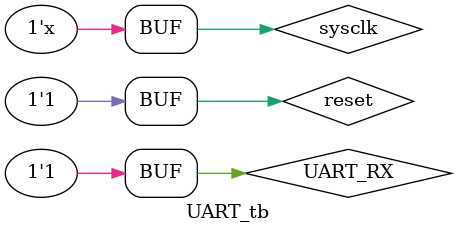
<source format=v>
`timescale 1ns / 1ps
module UART_tb;
reg UART_RX;
wire gclk;
reg reset;
reg sysclk;
wire RX_STATUS;
wire[7:0]RX_DATA;
wire[7:0]TX_DATA;
wire TX_STATUS;
wire TX_EN;
wire UART_TX;
wire start;
initial
begin
	reset=0;
	#10 reset=1;
	sysclk=0;
	UART_RX=1;
	#308330 reset=1;
	repeat(10)
	#20833 UART_RX=~UART_RX;
end

always
begin
	#1 sysclk=~sysclk;
end

initial repeat(10)
begin
	#20833 UART_RX=~UART_RX;
end
UART_generator x1(gclk,sysclk,reset);
UART_Receiver x2(RX_STATUS,RX_DATA,sysclk,gclk,UART_RX,reset);
UART_Controller x3(TX_DATA,TX_EN,TX_STATUS,RX_STATUS,sysclk,RX_DATA,reset);
UART_Sender x4(UART_TX,TX_STATUS,TX_EN,TX_DATA,sysclk,gclk,reset);
endmodule
</source>
